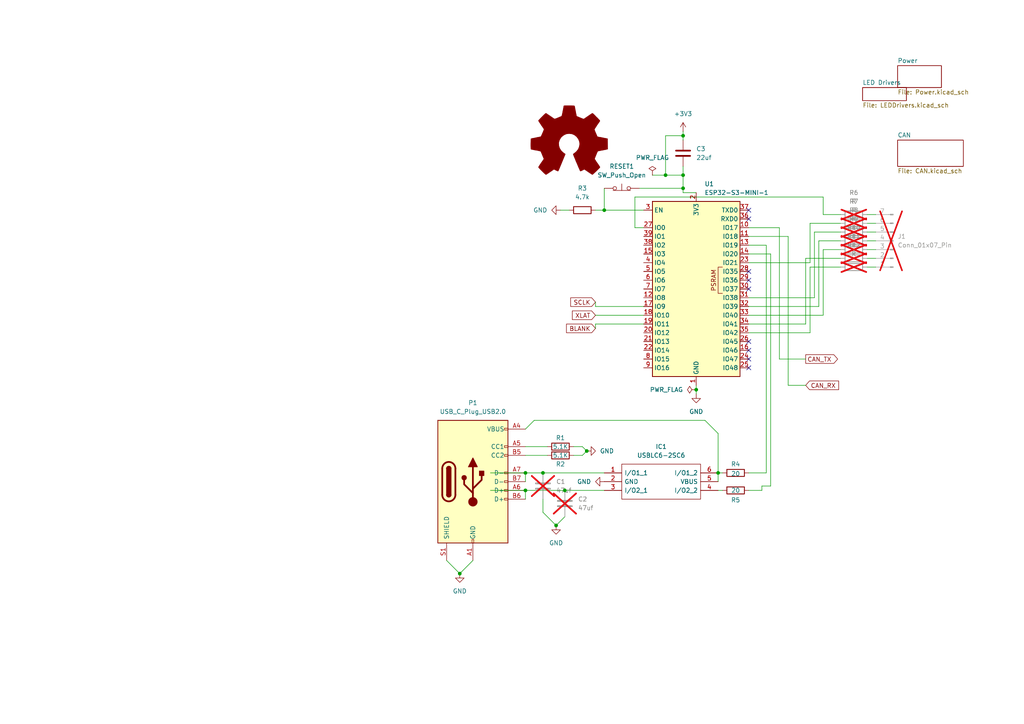
<source format=kicad_sch>
(kicad_sch (version 20231120) (generator "eeschema") (generator_version "8.0")
  (paper "A4")
  (lib_symbols
    (symbol "Connector:Conn_01x07_Pin" (pin_names (offset 1.016) hide)
      (property "Reference" "J" (at 0 10.16 0))
      (property "Value" "Conn_01x07_Pin" (at 0 -10.16 0))
      (symbol "Conn_01x07_Pin_1_1"
        (polyline (pts (xy 1.27 -7.62) (xy 0.8636 -7.62)) (stroke (width 0.1524)))
        (polyline (pts (xy 1.27 -5.08) (xy 0.8636 -5.08)) (stroke (width 0.1524)))
        (polyline (pts (xy 1.27 -2.54) (xy 0.8636 -2.54)) (stroke (width 0.1524)))
        (polyline (pts (xy 1.27 0) (xy 0.8636 0)) (stroke (width 0.1524)))
        (polyline (pts (xy 1.27 2.54) (xy 0.8636 2.54)) (stroke (width 0.1524)))
        (polyline (pts (xy 1.27 5.08) (xy 0.8636 5.08)) (stroke (width 0.1524)))
        (polyline (pts (xy 1.27 7.62) (xy 0.8636 7.62)) (stroke (width 0.1524)))
        (rectangle (start 0.8636 -7.493) (end 0 -7.747) (stroke (width 0.1524)) (fill (type outline)))
        (rectangle (start 0.8636 -4.953) (end 0 -5.207) (stroke (width 0.1524)) (fill (type outline)))
        (rectangle (start 0.8636 -2.413) (end 0 -2.667) (stroke (width 0.1524)) (fill (type outline)))
        (rectangle (start 0.8636 0.127) (end 0 -0.127) (stroke (width 0.1524)) (fill (type outline)))
        (rectangle (start 0.8636 2.667) (end 0 2.413) (stroke (width 0.1524)) (fill (type outline)))
        (rectangle (start 0.8636 5.207) (end 0 4.953) (stroke (width 0.1524)) (fill (type outline)))
        (rectangle (start 0.8636 7.747) (end 0 7.493) (stroke (width 0.1524)) (fill (type outline)))
        (pin passive line (at 5.08 7.62 180) (length 3.81) (name "Pin_1") (number "1"))
        (pin passive line (at 5.08 5.08 180) (length 3.81) (name "Pin_2") (number "2"))
        (pin passive line (at 5.08 2.54 180) (length 3.81) (name "Pin_3") (number "3"))
        (pin passive line (at 5.08 0 180) (length 3.81) (name "Pin_4") (number "4"))
        (pin passive line (at 5.08 -2.54 180) (length 3.81) (name "Pin_5") (number "5"))
        (pin passive line (at 5.08 -5.08 180) (length 3.81) (name "Pin_6") (number "6"))
        (pin passive line (at 5.08 -7.62 180) (length 3.81) (name "Pin_7") (number "7"))
      )
    )
    (symbol "Connector:USB_C_Receptacle_USB2.0_14P" (pin_names (offset 1.016))
      (property "Reference" "J" (at 0 22.225 0))
      (property "Value" "USB_C_Receptacle_USB2.0_14P" (at 0 19.685 0))
      (symbol "USB_C_Receptacle_USB2.0_14P_0_0"
        (rectangle (start -0.254 -17.78) (end 0.254 -16.764))
        (rectangle (start 10.16 -4.826) (end 9.144 -5.334))
        (rectangle (start 10.16 -2.286) (end 9.144 -2.794))
        (rectangle (start 10.16 0.254) (end 9.144 -0.254))
        (rectangle (start 10.16 2.794) (end 9.144 2.286))
        (rectangle (start 10.16 7.874) (end 9.144 7.366))
        (rectangle (start 10.16 10.414) (end 9.144 9.906))
        (rectangle (start 10.16 15.494) (end 9.144 14.986))
      )
      (symbol "USB_C_Receptacle_USB2.0_14P_0_1"
        (rectangle (start -10.16 17.78) (end 10.16 -17.78) (stroke (width 0.254)) (fill (type background)))
        (arc (start -8.89 -3.81) (mid -6.985 -5.7067) (end -5.08 -3.81) (stroke (width 0.508)))
        (arc (start -7.62 -3.81) (mid -6.985 -4.4423) (end -6.35 -3.81) (stroke (width 0.254)))
        (arc (start -7.62 -3.81) (mid -6.985 -4.4423) (end -6.35 -3.81) (stroke (width 0.254)) (fill (type outline)))
        (rectangle (start -7.62 -3.81) (end -6.35 3.81) (stroke (width 0.254)) (fill (type outline)))
        (arc (start -6.35 3.81) (mid -6.985 4.4423) (end -7.62 3.81) (stroke (width 0.254)))
        (arc (start -6.35 3.81) (mid -6.985 4.4423) (end -7.62 3.81) (stroke (width 0.254)) (fill (type outline)))
        (arc (start -5.08 3.81) (mid -6.985 5.7067) (end -8.89 3.81) (stroke (width 0.508)))
        (circle (center -2.54 1.143) (radius 0.635) (stroke (width 0.254)) (fill (type outline)))
        (circle (center 0 -5.842) (radius 1.27) (fill (type outline)))
        (polyline (pts (xy -8.89 -3.81) (xy -8.89 3.81)) (stroke (width 0.508)))
        (polyline (pts (xy -5.08 3.81) (xy -5.08 -3.81)) (stroke (width 0.508)))
        (polyline (pts (xy 0 -5.842) (xy 0 4.318)) (stroke (width 0.508)))
        (polyline (pts (xy 0 -3.302) (xy -2.54 -0.762) (xy -2.54 0.508)) (stroke (width 0.508)))
        (polyline (pts (xy 0 -2.032) (xy 2.54 0.508) (xy 2.54 1.778)) (stroke (width 0.508)))
        (polyline (pts (xy -1.27 4.318) (xy 0 6.858) (xy 1.27 4.318) (xy -1.27 4.318)) (stroke (width 0.254)) (fill (type outline)))
        (rectangle (start 1.905 1.778) (end 3.175 3.048) (stroke (width 0.254)) (fill (type outline)))
      )
      (symbol "USB_C_Receptacle_USB2.0_14P_1_1"
        (pin passive line (at 0 -22.86 90) (length 5.08) (name "GND") (number "A1"))
        (pin passive line (at 0 -22.86 90) (length 5.08) hide (name "GND") (number "A12"))
        (pin passive line (at 15.24 15.24 180) (length 5.08) (name "VBUS") (number "A4"))
        (pin bidirectional line (at 15.24 10.16 180) (length 5.08) (name "CC1") (number "A5"))
        (pin bidirectional line (at 15.24 -2.54 180) (length 5.08) (name "D+") (number "A6"))
        (pin bidirectional line (at 15.24 2.54 180) (length 5.08) (name "D-") (number "A7"))
        (pin passive line (at 15.24 15.24 180) (length 5.08) hide (name "VBUS") (number "A9"))
        (pin passive line (at 0 -22.86 90) (length 5.08) hide (name "GND") (number "B1"))
        (pin passive line (at 0 -22.86 90) (length 5.08) hide (name "GND") (number "B12"))
        (pin passive line (at 15.24 15.24 180) (length 5.08) hide (name "VBUS") (number "B4"))
        (pin bidirectional line (at 15.24 7.62 180) (length 5.08) (name "CC2") (number "B5"))
        (pin bidirectional line (at 15.24 -5.08 180) (length 5.08) (name "D+") (number "B6"))
        (pin bidirectional line (at 15.24 0 180) (length 5.08) (name "D-") (number "B7"))
        (pin passive line (at 15.24 15.24 180) (length 5.08) hide (name "VBUS") (number "B9"))
        (pin passive line (at -7.62 -22.86 90) (length 5.08) (name "SHIELD") (number "S1"))
      )
    )
    (symbol "Device:C" (pin_numbers hide) (pin_names (offset 0.254))
      (property "Reference" "C" (at 0.635 2.54 0))
      (property "Value" "C" (at 0.635 -2.54 0))
      (symbol "C_0_1"
        (polyline (pts (xy -2.032 -0.762) (xy 2.032 -0.762)) (stroke (width 0.508)))
        (polyline (pts (xy -2.032 0.762) (xy 2.032 0.762)) (stroke (width 0.508)))
      )
      (symbol "C_1_1"
        (pin passive line (at 0 3.81 270) (length 2.794) (name "~") (number "1"))
        (pin passive line (at 0 -3.81 90) (length 2.794) (name "~") (number "2"))
      )
    )
    (symbol "Device:R" (pin_numbers hide) (pin_names (offset 0))
      (property "Reference" "R" (at 2.032 0 90))
      (property "Value" "R" (at 0 0 90))
      (symbol "R_0_1"
        (rectangle (start -1.016 -2.54) (end 1.016 2.54) (stroke (width 0.254)))
      )
      (symbol "R_1_1"
        (pin passive line (at 0 3.81 270) (length 1.27) (name "~") (number "1"))
        (pin passive line (at 0 -3.81 90) (length 1.27) (name "~") (number "2"))
      )
    )
    (symbol "Graphic:Logo_Open_Hardware_Large" (in_bom no) (on_board no)
      (symbol "Logo_Open_Hardware_Large_1_1"
        (polyline (pts (xy 6.731 -8.7122) (xy 6.6294 -8.6614) (xy 6.35 -8.4836) (xy 5.9944 -8.255) (xy 5.5372 -7.9502) (xy 5.1054 -7.6454) (xy 4.7498 -7.4168) (xy 4.4958 -7.239) (xy 4.3942 -7.1882) (xy 4.318 -7.2136) (xy 4.1148 -7.3152) (xy 3.81 -7.4676) (xy 3.6322 -7.5692) (xy 3.3528 -7.6708) (xy 3.2258 -7.6962) (xy 3.2004 -7.6708) (xy 3.0988 -7.4676) (xy 2.9464 -7.0866) (xy 2.7178 -6.604) (xy 2.4892 -6.0452) (xy 2.2352 -5.4356) (xy 1.9558 -4.826) (xy 1.7272 -4.2164) (xy 1.4986 -3.683) (xy 1.3208 -3.2512) (xy 1.2192 -2.9464) (xy 1.1684 -2.8194) (xy 1.1938 -2.794) (xy 1.3208 -2.667) (xy 1.5748 -2.4892) (xy 2.0828 -2.0574) (xy 2.6162 -1.397) (xy 2.921 -0.6604) (xy 3.048 0.1524) (xy 2.9464 0.9144) (xy 2.6416 1.6256) (xy 2.1336 2.286) (xy 1.524 2.7686) (xy 0.8128 3.0734) (xy 0 3.175) (xy -0.762 3.0988) (xy -1.4986 2.794) (xy -2.159 2.286) (xy -2.4384 1.9812) (xy -2.8194 1.3208) (xy -3.048 0.6096) (xy -3.0734 0.4318) (xy -3.0226 -0.3556) (xy -2.794 -1.0922) (xy -2.3876 -1.7526) (xy -1.8288 -2.3114) (xy -1.7526 -2.3622) (xy -1.4732 -2.5654) (xy -1.2954 -2.6924) (xy -1.1684 -2.8194) (xy -2.159 -5.207) (xy -2.3114 -5.588) (xy -2.5908 -6.2484) (xy -2.8194 -6.8072) (xy -3.0226 -7.2644) (xy -3.1496 -7.5692) (xy -3.2258 -7.6708) (xy -3.2258 -7.6962) (xy -3.302 -7.6962) (xy -3.4798 -7.6454) (xy -3.8354 -7.4676) (xy -4.0386 -7.366) (xy -4.2926 -7.239) (xy -4.4196 -7.1882) (xy -4.5212 -7.239) (xy -4.7498 -7.3914) (xy -5.1054 -7.6454) (xy -5.5372 -7.9248) (xy -5.9436 -8.2042) (xy -6.3246 -8.4582) (xy -6.604 -8.636) (xy -6.731 -8.7122) (xy -6.7564 -8.7122) (xy -6.858 -8.636) (xy -7.0866 -8.4582) (xy -7.4168 -8.1534) (xy -7.874 -7.6962) (xy -7.9502 -7.62) (xy -8.3312 -7.239) (xy -8.636 -6.9088) (xy -8.8392 -6.6802) (xy -8.9154 -6.5786) (xy -8.9154 -6.5786) (xy -8.8392 -6.4516) (xy -8.6614 -6.1722) (xy -8.4328 -5.7912) (xy -8.128 -5.3594) (xy -7.3152 -4.191) (xy -7.7724 -3.0988) (xy -7.8994 -2.7686) (xy -8.0772 -2.3622) (xy -8.2042 -2.0828) (xy -8.255 -1.9558) (xy -8.382 -1.905) (xy -8.6614 -1.8542) (xy -9.0932 -1.7526) (xy -9.6266 -1.651) (xy -10.1092 -1.5748) (xy -10.541 -1.4732) (xy -10.8712 -1.4224) (xy -11.0236 -1.397) (xy -11.049 -1.3716) (xy -11.0744 -1.2954) (xy -11.0998 -1.143) (xy -11.0998 -0.889) (xy -11.1252 -0.4572) (xy -11.1252 0.1524) (xy -11.1252 0.2286) (xy -11.0998 0.8128) (xy -11.0998 1.27) (xy -11.0744 1.5494) (xy -11.0744 1.6764) (xy -11.0744 1.6764) (xy -10.922 1.7018) (xy -10.6172 1.778) (xy -10.16 1.8542) (xy -9.652 1.9558) (xy -9.6012 1.9812) (xy -9.0932 2.0828) (xy -8.636 2.159) (xy -8.3312 2.2352) (xy -8.2042 2.286) (xy -8.1788 2.3114) (xy -8.0772 2.5146) (xy -7.9248 2.8448) (xy -7.747 3.2512) (xy -7.5692 3.6576) (xy -7.4168 4.0386) (xy -7.3152 4.318) (xy -7.2898 4.445) (xy -7.2898 4.445) (xy -7.366 4.572) (xy -7.5438 4.826) (xy -7.7978 5.207) (xy -8.128 5.6642) (xy -8.128 5.6896) (xy -8.4328 6.1468) (xy -8.6868 6.5278) (xy -8.8392 6.7818) (xy -8.9154 6.9088) (xy -8.9154 6.9088) (xy -8.8138 7.0358) (xy -8.5852 7.2898) (xy -8.255 7.6454) (xy -7.874 8.0264) (xy -7.747 8.1534) (xy -7.3152 8.5852) (xy -7.0104 8.8646) (xy -6.8326 8.9916) (xy -6.731 9.0424) (xy -6.731 9.0424) (xy -6.604 8.9408) (xy -6.3246 8.763) (xy -5.9436 8.509) (xy -5.4864 8.2042) (xy -5.461 8.1788) (xy -5.0038 7.874) (xy -4.6482 7.62) (xy -4.3688 7.4422) (xy -4.2672 7.3914) (xy -4.2418 7.3914) (xy -4.064 7.4422) (xy -3.7338 7.5438) (xy -3.3528 7.6962) (xy -2.9464 7.874) (xy -2.5654 8.0264) (xy -2.286 8.1534) (xy -2.159 8.2296) (xy -2.159 8.2296) (xy -2.1082 8.382) (xy -2.032 8.7122) (xy -1.9304 9.1694) (xy -1.8288 9.7282) (xy -1.8034 9.8044) (xy -1.7018 10.3378) (xy -1.6256 10.7696) (xy -1.5748 11.0744) (xy -1.524 11.2014) (xy -1.4478 11.2268) (xy -1.1938 11.2522) (xy -0.8128 11.2522) (xy -0.3302 11.2522) (xy 0.1524 11.2522) (xy 0.6604 11.2522) (xy 1.0668 11.2268) (xy 1.3716 11.2014) (xy 1.4986 11.176) (xy 1.4986 11.176) (xy 1.5494 11.0236) (xy 1.6256 10.6934) (xy 1.7018 10.2108) (xy 1.8288 9.6774) (xy 1.8288 9.5758) (xy 1.9304 9.0424) (xy 2.032 8.6106) (xy 2.0828 8.3058) (xy 2.1336 8.2042) (xy 2.159 8.1788) (xy 2.3876 8.0772) (xy 2.7432 7.9248) (xy 3.175 7.747) (xy 4.191 7.3406) (xy 5.461 8.2042) (xy 5.5626 8.2804) (xy 6.0198 8.5852) (xy 6.3754 8.8392) (xy 6.6294 8.9916) (xy 6.7564 9.0424) (xy 6.7564 9.0424) (xy 6.8834 8.9408) (xy 7.1374 8.7122) (xy 7.4676 8.382) (xy 7.8486 7.9756) (xy 8.1534 7.6962) (xy 8.4836 7.3406) (xy 8.7122 7.112) (xy 8.8392 6.9596) (xy 8.8646 6.858) (xy 8.8646 6.8072) (xy 8.7884 6.6802) (xy 8.6106 6.4008) (xy 8.3312 6.0198) (xy 8.0264 5.588) (xy 7.7978 5.207) (xy 7.5184 4.8006) (xy 7.3406 4.4958) (xy 7.2898 4.3434) (xy 7.2898 4.2926) (xy 7.3914 4.0386) (xy 7.5184 3.683) (xy 7.7216 3.2258) (xy 8.1534 2.2352) (xy 8.7884 2.1082) (xy 9.1948 2.0574) (xy 9.7536 1.9304) (xy 10.2616 1.8288) (xy 11.0998 1.6764) (xy 11.1252 -1.3208) (xy 10.9982 -1.3716) (xy 10.8712 -1.397) (xy 10.5664 -1.4732) (xy 10.1346 -1.5494) (xy 9.6266 -1.651) (xy 9.1948 -1.7272) (xy 8.7376 -1.8288) (xy 8.4328 -1.8796) (xy 8.2804 -1.905) (xy 8.255 -1.9558) (xy 8.1534 -2.159) (xy 7.9756 -2.5146) (xy 7.8232 -2.921) (xy 7.6454 -3.3274) (xy 7.493 -3.7338) (xy 7.366 -4.0132) (xy 7.3406 -4.191) (xy 7.3914 -4.2926) (xy 7.5692 -4.5466) (xy 7.7978 -4.9276) (xy 8.1026 -5.3594) (xy 8.4074 -5.7912) (xy 8.6614 -6.1722) (xy 8.8138 -6.4262) (xy 8.89 -6.5532) (xy 8.8646 -6.6548) (xy 8.6868 -6.858) (xy 8.3566 -7.1882) (xy 7.874 -7.6708) (xy 7.7978 -7.747) (xy 7.3914 -8.128) (xy 7.0612 -8.4328) (xy 6.8326 -8.636) (xy 6.731 -8.7122)) (fill (type outline)))
      )
    )
    (symbol "RF_Module:ESP32-S3-WROOM-1"
      (property "Reference" "U" (at -12.7 26.67 0))
      (property "Value" "ESP32-S3-WROOM-1" (at 12.7 26.67 0))
      (symbol "ESP32-S3-WROOM-1_0_0"
        (rectangle (start -12.7 25.4) (end 12.7 -25.4) (stroke (width 0.254)) (fill (type background)))
        (text "PSRAM" (at 5.08 2.54 900) (effects (font (size 1.27 1.27))))
      )
      (symbol "ESP32-S3-WROOM-1_0_1"
        (polyline (pts (xy 7.62 -1.27) (xy 6.35 -1.27) (xy 6.35 6.35) (xy 7.62 6.35)))
      )
      (symbol "ESP32-S3-WROOM-1_1_1"
        (pin power_in line (at 0 -27.94 90) (length 2.54) (name "GND") (number "1"))
        (pin bidirectional line (at 15.24 17.78 180) (length 2.54) (name "IO17") (number "10"))
        (pin bidirectional line (at 15.24 15.24 180) (length 2.54) (name "IO18") (number "11"))
        (pin bidirectional line (at -15.24 -2.54 0) (length 2.54) (name "IO8") (number "12"))
        (pin bidirectional line (at 15.24 12.7 180) (length 2.54) (name "IO19") (number "13"))
        (pin bidirectional line (at 15.24 10.16 180) (length 2.54) (name "IO20") (number "14"))
        (pin bidirectional line (at -15.24 10.16 0) (length 2.54) (name "IO3") (number "15"))
        (pin bidirectional line (at 15.24 -17.78 180) (length 2.54) (name "IO46") (number "16"))
        (pin bidirectional line (at -15.24 -5.08 0) (length 2.54) (name "IO9") (number "17"))
        (pin bidirectional line (at -15.24 -7.62 0) (length 2.54) (name "IO10") (number "18"))
        (pin bidirectional line (at -15.24 -10.16 0) (length 2.54) (name "IO11") (number "19"))
        (pin power_in line (at 0 27.94 270) (length 2.54) (name "3V3") (number "2"))
        (pin bidirectional line (at -15.24 -12.7 0) (length 2.54) (name "IO12") (number "20"))
        (pin bidirectional line (at -15.24 -15.24 0) (length 2.54) (name "IO13") (number "21"))
        (pin bidirectional line (at -15.24 -17.78 0) (length 2.54) (name "IO14") (number "22"))
        (pin bidirectional line (at 15.24 7.62 180) (length 2.54) (name "IO21") (number "23"))
        (pin bidirectional line (at 15.24 -20.32 180) (length 2.54) (name "IO47") (number "24"))
        (pin bidirectional line (at 15.24 -22.86 180) (length 2.54) (name "IO48") (number "25"))
        (pin bidirectional line (at 15.24 -15.24 180) (length 2.54) (name "IO45") (number "26"))
        (pin bidirectional line (at -15.24 17.78 0) (length 2.54) (name "IO0") (number "27"))
        (pin bidirectional line (at 15.24 5.08 180) (length 2.54) (name "IO35") (number "28"))
        (pin bidirectional line (at 15.24 2.54 180) (length 2.54) (name "IO36") (number "29"))
        (pin input line (at -15.24 22.86 0) (length 2.54) (name "EN") (number "3"))
        (pin bidirectional line (at 15.24 0 180) (length 2.54) (name "IO37") (number "30"))
        (pin bidirectional line (at 15.24 -2.54 180) (length 2.54) (name "IO38") (number "31"))
        (pin bidirectional line (at 15.24 -5.08 180) (length 2.54) (name "IO39") (number "32"))
        (pin bidirectional line (at 15.24 -7.62 180) (length 2.54) (name "IO40") (number "33"))
        (pin bidirectional line (at 15.24 -10.16 180) (length 2.54) (name "IO41") (number "34"))
        (pin bidirectional line (at 15.24 -12.7 180) (length 2.54) (name "IO42") (number "35"))
        (pin bidirectional line (at 15.24 20.32 180) (length 2.54) (name "RXD0") (number "36"))
        (pin bidirectional line (at 15.24 22.86 180) (length 2.54) (name "TXD0") (number "37"))
        (pin bidirectional line (at -15.24 12.7 0) (length 2.54) (name "IO2") (number "38"))
        (pin bidirectional line (at -15.24 15.24 0) (length 2.54) (name "IO1") (number "39"))
        (pin bidirectional line (at -15.24 7.62 0) (length 2.54) (name "IO4") (number "4"))
        (pin passive line (at 0 -27.94 90) (length 2.54) hide (name "GND") (number "40"))
        (pin passive line (at 0 -27.94 90) (length 2.54) hide (name "GND") (number "41"))
        (pin bidirectional line (at -15.24 5.08 0) (length 2.54) (name "IO5") (number "5"))
        (pin bidirectional line (at -15.24 2.54 0) (length 2.54) (name "IO6") (number "6"))
        (pin bidirectional line (at -15.24 0 0) (length 2.54) (name "IO7") (number "7"))
        (pin bidirectional line (at -15.24 -20.32 0) (length 2.54) (name "IO15") (number "8"))
        (pin bidirectional line (at -15.24 -22.86 0) (length 2.54) (name "IO16") (number "9"))
      )
    )
    (symbol "Switch:SW_Push_Open" (pin_numbers hide) (pin_names (offset 1.016) hide)
      (property "Reference" "SW" (at 0 2.54 0))
      (property "Value" "SW_Push_Open" (at 0 -1.905 0))
      (symbol "SW_Push_Open_0_1"
        (circle (center -2.032 0) (radius 0.508))
        (polyline (pts (xy -2.54 -0.635) (xy 2.54 -0.635)))
        (polyline (pts (xy 0 -0.635) (xy 0 1.27)))
        (circle (center 2.032 0) (radius 0.508))
        (pin passive line (at -5.08 0 0) (length 2.54) (name "A") (number "1"))
      )
      (symbol "SW_Push_Open_1_1"
        (pin passive line (at 5.08 0 180) (length 2.54) (name "B") (number "2"))
      )
    )
    (symbol "USBLC6-2SC6:USBLC6-2SC6" (pin_names (offset 0.762))
      (property "Reference" "IC" (at 29.21 7.62 0))
      (property "Value" "USBLC6-2SC6" (at 29.21 5.08 0))
      (symbol "USBLC6-2SC6_0_0"
        (pin passive line (at 0 0 0) (length 5.08) (name "I/O1_1") (number "1"))
        (pin passive line (at 0 -2.54 0) (length 5.08) (name "GND") (number "2"))
        (pin passive line (at 0 -5.08 0) (length 5.08) (name "I/O2_1") (number "3"))
        (pin passive line (at 33.02 -5.08 180) (length 5.08) (name "I/O2_2") (number "4"))
        (pin passive line (at 33.02 -2.54 180) (length 5.08) (name "VBUS") (number "5"))
        (pin passive line (at 33.02 0 180) (length 5.08) (name "I/O1_2") (number "6"))
      )
      (symbol "USBLC6-2SC6_0_1"
        (polyline (pts (xy 5.08 2.54) (xy 27.94 2.54) (xy 27.94 -7.62) (xy 5.08 -7.62) (xy 5.08 2.54)) (stroke (width 0.1524)))
      )
    )
    (symbol "power:+3V3" (power) (pin_numbers hide) (pin_names (offset 0) hide)
      (property "Value" "+3V3" (at 0 3.556 0))
      (symbol "+3V3_0_1"
        (polyline (pts (xy -0.762 1.27) (xy 0 2.54)))
        (polyline (pts (xy 0 0) (xy 0 2.54)))
        (polyline (pts (xy 0 2.54) (xy 0.762 1.27)))
      )
      (symbol "+3V3_1_1"
        (pin power_in line (at 0 0 90) (length 0) (name "~") (number "1"))
      )
    )
    (symbol "power:GND" (power) (pin_numbers hide) (pin_names (offset 0) hide)
      (property "Value" "GND" (at 0 -3.81 0))
      (symbol "GND_0_1"
        (polyline (pts (xy 0 0) (xy 0 -1.27) (xy 1.27 -1.27) (xy 0 -2.54) (xy -1.27 -1.27) (xy 0 -1.27)))
      )
      (symbol "GND_1_1"
        (pin power_in line (at 0 0 270) (length 0) (name "~") (number "1"))
      )
    )
    (symbol "power:PWR_FLAG" (power) (pin_numbers hide) (pin_names (offset 0) hide)
      (property "Value" "PWR_FLAG" (at 0 3.81 0))
      (symbol "PWR_FLAG_0_0"
        (pin power_out line (at 0 0 90) (length 0) (name "~") (number "1"))
      )
      (symbol "PWR_FLAG_0_1"
        (polyline (pts (xy 0 0) (xy 0 1.27) (xy -1.016 1.905) (xy 0 2.54) (xy 1.016 1.905) (xy 0 1.27)))
      )
    )
  )
  (junction (at 161.29 152.4))
  (junction (at 157.48 137.16))
  (junction (at 133.35 166.37))
  (junction (at 170.18 130.81))
  (junction (at 175.26 60.96))
  (junction (at 198.12 50.8))
  (junction (at 152.4 137.16))
  (junction (at 208.28 137.16))
  (junction (at 198.12 54.61))
  (junction (at 201.93 113.03))
  (junction (at 152.4 142.24))
  (junction (at 198.12 39.37))
  (junction (at 163.83 142.24))
  (junction (at 193.04 50.8))
  (no_connect (at 217.17 63.5))
  (no_connect (at 217.17 78.74))
  (no_connect (at 217.17 99.06))
  (no_connect (at 217.17 83.82))
  (no_connect (at 217.17 101.6))
  (no_connect (at 217.17 60.96))
  (no_connect (at 217.17 104.14))
  (no_connect (at 217.17 81.28))
  (no_connect (at 217.17 106.68))
  (wire (pts (xy 233.68 74.93) (xy 233.68 93.98)))
  (wire (pts (xy 228.6 111.76) (xy 233.68 111.76)))
  (wire (pts (xy 193.04 39.37) (xy 198.12 39.37)))
  (wire (pts (xy 217.17 91.44) (xy 238.76 91.44)))
  (wire (pts (xy 226.06 66.04) (xy 226.06 104.14)))
  (wire (pts (xy 251.46 64.77) (xy 254 64.77)))
  (wire (pts (xy 236.22 67.31) (xy 243.84 67.31)))
  (wire (pts (xy 152.4 129.54) (xy 158.75 129.54)))
  (wire (pts (xy 234.95 64.77) (xy 243.84 64.77)))
  (wire (pts (xy 208.28 137.16) (xy 208.28 139.7)))
  (wire (pts (xy 220.98 140.97) (xy 220.98 142.24)))
  (wire (pts (xy 228.6 68.58) (xy 228.6 111.76)))
  (wire (pts (xy 185.42 54.61) (xy 198.12 54.61)))
  (wire (pts (xy 237.49 69.85) (xy 243.84 69.85)))
  (wire (pts (xy 152.4 142.24) (xy 152.4 144.78)))
  (wire (pts (xy 184.15 57.15) (xy 184.15 66.04)))
  (wire (pts (xy 172.72 60.96) (xy 175.26 60.96)))
  (wire (pts (xy 198.12 39.37) (xy 198.12 40.64)))
  (wire (pts (xy 157.48 148.59) (xy 161.29 152.4)))
  (wire (pts (xy 217.17 76.2) (xy 234.95 76.2)))
  (wire (pts (xy 217.17 96.52) (xy 234.95 96.52)))
  (wire (pts (xy 175.26 54.61) (xy 175.26 60.96)))
  (wire (pts (xy 163.83 142.24) (xy 175.26 142.24)))
  (wire (pts (xy 152.4 142.24) (xy 163.83 142.24)))
  (wire (pts (xy 184.15 57.15) (xy 238.76 57.15)))
  (wire (pts (xy 201.93 113.03) (xy 201.93 114.3)))
  (wire (pts (xy 133.35 166.37) (xy 129.54 162.56)))
  (wire (pts (xy 152.4 137.16) (xy 152.4 139.7)))
  (wire (pts (xy 233.68 74.93) (xy 243.84 74.93)))
  (wire (pts (xy 172.72 87.63) (xy 172.72 88.9)))
  (wire (pts (xy 251.46 72.39) (xy 254 72.39)))
  (wire (pts (xy 237.49 69.85) (xy 237.49 88.9)))
  (wire (pts (xy 220.98 142.24) (xy 217.17 142.24)))
  (wire (pts (xy 193.04 50.8) (xy 198.12 50.8)))
  (wire (pts (xy 172.72 93.98) (xy 172.72 95.25)))
  (wire (pts (xy 251.46 77.47) (xy 254 77.47)))
  (wire (pts (xy 186.69 93.98) (xy 172.72 93.98)))
  (wire (pts (xy 217.17 86.36) (xy 236.22 86.36)))
  (wire (pts (xy 223.52 73.66) (xy 223.52 140.97)))
  (wire (pts (xy 184.15 66.04) (xy 186.69 66.04)))
  (wire (pts (xy 226.06 104.14) (xy 233.68 104.14)))
  (wire (pts (xy 201.93 111.76) (xy 201.93 113.03)))
  (wire (pts (xy 152.4 132.08) (xy 158.75 132.08)))
  (wire (pts (xy 186.69 88.9) (xy 172.72 88.9)))
  (wire (pts (xy 208.28 137.16) (xy 209.55 137.16)))
  (wire (pts (xy 234.95 77.47) (xy 234.95 96.52)))
  (wire (pts (xy 217.17 73.66) (xy 223.52 73.66)))
  (wire (pts (xy 142.24 137.16) (xy 152.4 137.16)))
  (wire (pts (xy 217.17 137.16) (xy 222.25 137.16)))
  (wire (pts (xy 142.24 142.24) (xy 152.4 142.24)))
  (wire (pts (xy 157.48 137.16) (xy 175.26 137.16)))
  (wire (pts (xy 175.26 60.96) (xy 186.69 60.96)))
  (wire (pts (xy 154.94 121.92) (xy 152.4 124.46)))
  (wire (pts (xy 198.12 48.26) (xy 198.12 50.8)))
  (wire (pts (xy 234.95 77.47) (xy 243.84 77.47)))
  (wire (pts (xy 217.17 68.58) (xy 228.6 68.58)))
  (wire (pts (xy 217.17 71.12) (xy 222.25 71.12)))
  (wire (pts (xy 198.12 38.1) (xy 198.12 39.37)))
  (wire (pts (xy 168.91 129.54) (xy 170.18 130.81)))
  (wire (pts (xy 157.48 144.78) (xy 157.48 148.59)))
  (wire (pts (xy 193.04 39.37) (xy 193.04 50.8)))
  (wire (pts (xy 204.47 121.92) (xy 154.94 121.92)))
  (wire (pts (xy 251.46 62.23) (xy 254 62.23)))
  (wire (pts (xy 168.91 132.08) (xy 170.18 130.81)))
  (wire (pts (xy 204.47 121.92) (xy 208.28 125.73)))
  (wire (pts (xy 217.17 66.04) (xy 226.06 66.04)))
  (wire (pts (xy 222.25 71.12) (xy 222.25 137.16)))
  (wire (pts (xy 251.46 67.31) (xy 254 67.31)))
  (wire (pts (xy 152.4 137.16) (xy 157.48 137.16)))
  (wire (pts (xy 236.22 67.31) (xy 236.22 86.36)))
  (wire (pts (xy 172.72 91.44) (xy 186.69 91.44)))
  (wire (pts (xy 189.23 50.8) (xy 193.04 50.8)))
  (wire (pts (xy 163.83 149.86) (xy 161.29 152.4)))
  (wire (pts (xy 137.16 162.56) (xy 133.35 166.37)))
  (wire (pts (xy 238.76 62.23) (xy 243.84 62.23)))
  (wire (pts (xy 217.17 88.9) (xy 237.49 88.9)))
  (wire (pts (xy 198.12 54.61) (xy 198.12 55.88)))
  (wire (pts (xy 220.98 140.97) (xy 223.52 140.97)))
  (wire (pts (xy 162.56 60.96) (xy 165.1 60.96)))
  (wire (pts (xy 251.46 69.85) (xy 254 69.85)))
  (wire (pts (xy 238.76 72.39) (xy 238.76 91.44)))
  (wire (pts (xy 234.95 64.77) (xy 234.95 76.2)))
  (wire (pts (xy 238.76 57.15) (xy 238.76 62.23)))
  (wire (pts (xy 166.37 132.08) (xy 168.91 132.08)))
  (wire (pts (xy 208.28 142.24) (xy 209.55 142.24)))
  (wire (pts (xy 166.37 129.54) (xy 168.91 129.54)))
  (wire (pts (xy 208.28 125.73) (xy 208.28 137.16)))
  (wire (pts (xy 217.17 93.98) (xy 233.68 93.98)))
  (wire (pts (xy 198.12 50.8) (xy 198.12 54.61)))
  (wire (pts (xy 238.76 72.39) (xy 243.84 72.39)))
  (wire (pts (xy 251.46 74.93) (xy 254 74.93)))
  (wire (pts (xy 198.12 55.88) (xy 201.93 55.88)))
  (global_label "CAN_RX" (shape input) (at 233.68 111.76 0) (property "Intersheetrefs" "${INTERSHEET_REFS}" (effects (hide yes))))
  (global_label "XLAT" (shape input) (at 172.72 91.44 180) (property "Intersheetrefs" "${INTERSHEET_REFS}" (effects (hide yes))))
  (global_label "CAN_TX" (shape output) (at 233.68 104.14 0) (property "Intersheetrefs" "${INTERSHEET_REFS}" (effects (hide yes))))
  (global_label "SCLK" (shape input) (at 172.72 87.63 180) (property "Intersheetrefs" "${INTERSHEET_REFS}" (effects (hide yes))))
  (global_label "BLANK" (shape input) (at 172.72 95.25 180) (property "Intersheetrefs" "${INTERSHEET_REFS}" (effects (hide yes))))
  (symbol (lib_id "RF_Module:ESP32-S3-WROOM-1") (at 201.93 83.82 0) (unit 1)
    (property "Reference" "U1" (at 204.3427 53.34 0) (effects (justify left)))
    (property "Value" "ESP32-S3-MINI-1" (at 204.3427 55.88 0) (effects (justify left)))
    (property "Footprint" "RF_Module:ESP32-S3-WROOM-1" (effects (hide yes)))
    (property "Datasheet" "https://www.espressif.com/sites/default/files/documentation/esp32-s3-wroom-1_wroom-1u_datasheet_en.pdf" (effects (hide yes)))
    (property "Description" "RF Module, ESP32-S3 SoC, Wi-Fi 802.11b/g/n, Bluetooth, BLE, 32-bit, 3.3V, onboard antenna, SMD" (effects (hide yes)))
  )
  (symbol (lib_id "Device:R") (at 247.65 74.93 90) (unit 1) (dnp yes)
    (property "Reference" "R11" (at 247.65 68.58 90))
    (property "Value" "R" (at 247.65 71.12 90))
    (property "Footprint" "Resistor_SMD:R_0805_2012Metric_Pad1.20x1.40mm_HandSolder" (effects (hide yes)))
    (property "Description" "Resistor" (effects (hide yes)))
  )
  (symbol (lib_id "Device:R") (at 247.65 69.85 90) (unit 1) (dnp yes)
    (property "Reference" "R9" (at 247.65 63.5 90))
    (property "Value" "R" (at 247.65 66.04 90))
    (property "Footprint" "Resistor_SMD:R_0805_2012Metric_Pad1.20x1.40mm_HandSolder" (effects (hide yes)))
    (property "Description" "Resistor" (effects (hide yes)))
  )
  (symbol (lib_id "Device:R") (at 247.65 67.31 90) (unit 1) (dnp yes)
    (property "Reference" "R8" (at 247.65 60.96 90))
    (property "Value" "R" (at 247.65 63.5 90))
    (property "Footprint" "Resistor_SMD:R_0805_2012Metric_Pad1.20x1.40mm_HandSolder" (effects (hide yes)))
    (property "Description" "Resistor" (effects (hide yes)))
  )
  (symbol (lib_id "Connector:Conn_01x07_Pin") (at 259.08 69.85 180) (unit 1) (dnp yes)
    (property "Reference" "J1" (at 260.35 68.5799 0) (effects (justify right)))
    (property "Value" "Conn_01x07_Pin" (at 260.35 71.1199 0) (effects (justify right)))
    (property "Footprint" "Connector_PinHeader_2.54mm:PinHeader_1x07_P2.54mm_Vertical" (effects (hide yes)))
    (property "Description" "Generic connector, single row, 01x07, script generated" (effects (hide yes)))
  )
  (symbol (lib_id "Device:R") (at 247.65 64.77 90) (unit 1) (dnp yes)
    (property "Reference" "R7" (at 247.65 58.42 90))
    (property "Value" "R" (at 247.65 60.96 90))
    (property "Footprint" "Resistor_SMD:R_0805_2012Metric_Pad1.20x1.40mm_HandSolder" (effects (hide yes)))
    (property "Description" "Resistor" (effects (hide yes)))
  )
  (symbol (lib_id "USBLC6-2SC6:USBLC6-2SC6") (at 175.26 137.16 0) (unit 1)
    (property "Reference" "IC1" (at 191.77 129.54 0))
    (property "Value" "USBLC6-2SC6" (at 191.77 132.08 0))
    (property "Footprint" "PCM_Package_TO_SOT_SMD_AKL:SOT-23-6" (effects (hide yes)))
    (property "Datasheet" "https://componentsearchengine.com//USBLC6-2SC6.pdf" (effects (hide yes)))
    (property "Description" "TVS Diode Array Uni-Directional USBLC6-2SC6 17V, SOT-23 6-Pin" (effects (hide yes)))
    (property "Height" "1.45" (effects (hide yes)))
    (property "Mouser2 Part Number" "511-USBLC6-2SC6" (effects (hide yes)))
    (property "Mouser2 Price/Stock" "https://www.mouser.com/Search/Refine.aspx?Keyword=511-USBLC6-2SC6" (effects (hide yes)))
    (property "Manufacturer_Name" "STMicroelectronics" (effects (hide yes)))
    (property "Manufacturer_Part_Number" "USBLC6-2SC6" (effects (hide yes)))
  )
  (symbol (lib_id "Switch:SW_Push_Open") (at 180.34 54.61 0) (unit 1)
    (property "Reference" "RESET1" (at 180.34 48.26 0))
    (property "Value" "SW_Push_Open" (at 180.34 50.8 0))
    (property "Footprint" "Button_Switch_SMD:SW_SPST_PTS645" (effects (hide yes)))
    (property "Description" "Push button switch, push-to-open, generic, two pins" (effects (hide yes)))
  )
  (symbol (lib_id "Device:R") (at 162.56 129.54 90) (unit 1)
    (property "Reference" "R1" (at 162.56 127 90))
    (property "Value" "5.1K" (at 162.56 129.54 90))
    (property "Footprint" "Resistor_SMD:R_0805_2012Metric_Pad1.20x1.40mm_HandSolder" (effects (hide yes)))
    (property "Description" "Resistor" (effects (hide yes)))
  )
  (symbol (lib_id "Device:C") (at 163.83 146.05 0) (unit 1) (dnp yes)
    (property "Reference" "C2" (at 167.64 144.7799 0) (effects (justify left)))
    (property "Value" "47uf" (at 167.64 147.3199 0) (effects (justify left)))
    (property "Footprint" "Capacitor_SMD:C_0805_2012Metric" (effects (hide yes)))
    (property "Description" "Unpolarized capacitor" (effects (hide yes)))
  )
  (symbol (lib_id "power:PWR_FLAG") (at 201.93 113.03 90) (unit 1)
    (property "Reference" "#FLG02" (effects (hide yes)))
    (property "Value" "PWR_FLAG" (at 198.12 113.0299 90) (effects (justify left)))
    (property "Description" "Special symbol for telling ERC where power comes from" (effects (hide yes)))
  )
  (symbol (lib_id "power:PWR_FLAG") (at 189.23 50.8 0) (unit 1)
    (property "Reference" "#FLG01" (effects (hide yes)))
    (property "Value" "PWR_FLAG" (at 189.23 45.72 0))
    (property "Description" "Special symbol for telling ERC where power comes from" (effects (hide yes)))
  )
  (symbol (lib_id "power:GND") (at 161.29 152.4 0) (unit 1)
    (property "Reference" "#PWR02" (effects (hide yes)))
    (property "Value" "GND" (at 161.29 157.48 0))
    (property "Description" "Power symbol creates a global label with name \"GND\" , ground" (effects (hide yes)))
  )
  (symbol (lib_id "Device:R") (at 213.36 142.24 90) (unit 1)
    (property "Reference" "R5" (at 213.36 145.034 90))
    (property "Value" "20" (at 213.36 142.24 90))
    (property "Footprint" "Resistor_SMD:R_1206_3216Metric" (effects (hide yes)))
    (property "Description" "Resistor" (effects (hide yes)))
  )
  (symbol (lib_id "Device:R") (at 247.65 72.39 90) (unit 1) (dnp yes)
    (property "Reference" "R10" (at 247.65 66.04 90))
    (property "Value" "R" (at 247.65 68.58 90))
    (property "Footprint" "Resistor_SMD:R_0805_2012Metric_Pad1.20x1.40mm_HandSolder" (effects (hide yes)))
    (property "Description" "Resistor" (effects (hide yes)))
  )
  (symbol (lib_id "power:+3V3") (at 198.12 38.1 0) (unit 1)
    (property "Reference" "#PWR06" (effects (hide yes)))
    (property "Value" "+3V3" (at 198.12 33.02 0))
    (property "Description" "Power symbol creates a global label with name \"+3V3\"" (effects (hide yes)))
  )
  (symbol (lib_id "power:GND") (at 175.26 139.7 270) (unit 1)
    (property "Reference" "#PWR05" (effects (hide yes)))
    (property "Value" "GND" (at 171.45 139.6999 90) (effects (justify right)))
    (property "Description" "Power symbol creates a global label with name \"GND\" , ground" (effects (hide yes)))
  )
  (symbol (lib_id "Device:R") (at 162.56 132.08 90) (unit 1)
    (property "Reference" "R2" (at 162.56 134.62 90))
    (property "Value" "5.1K" (at 162.56 132.08 90))
    (property "Footprint" "Resistor_SMD:R_0805_2012Metric_Pad1.20x1.40mm_HandSolder" (effects (hide yes)))
    (property "Description" "Resistor" (effects (hide yes)))
  )
  (symbol (lib_id "power:GND") (at 201.93 114.3 0) (unit 1)
    (property "Reference" "#PWR07" (effects (hide yes)))
    (property "Value" "GND" (at 201.93 119.38 0))
    (property "Description" "Power symbol creates a global label with name \"GND\" , ground" (effects (hide yes)))
  )
  (symbol (lib_id "power:GND") (at 133.35 166.37 0) (unit 1)
    (property "Reference" "#PWR01" (effects (hide yes)))
    (property "Value" "GND" (at 133.35 171.45 0))
    (property "Description" "Power symbol creates a global label with name \"GND\" , ground" (effects (hide yes)))
  )
  (symbol (lib_id "Device:C") (at 157.48 140.97 0) (unit 1) (dnp yes)
    (property "Reference" "C1" (at 161.29 139.6999 0) (effects (justify left)))
    (property "Value" "47uf" (at 161.29 142.2399 0) (effects (justify left)))
    (property "Footprint" "Capacitor_SMD:C_0805_2012Metric" (effects (hide yes)))
    (property "Description" "Unpolarized capacitor" (effects (hide yes)))
  )
  (symbol (lib_id "Device:R") (at 168.91 60.96 90) (unit 1)
    (property "Reference" "R3" (at 168.91 54.61 90))
    (property "Value" "4.7k" (at 168.91 57.15 90))
    (property "Footprint" "Resistor_SMD:R_1206_3216Metric" (effects (hide yes)))
    (property "Description" "Resistor" (effects (hide yes)))
  )
  (symbol (lib_id "power:GND") (at 170.18 130.81 90) (unit 1)
    (property "Reference" "#PWR04" (effects (hide yes)))
    (property "Value" "GND" (at 173.99 130.8099 90) (effects (justify right)))
    (property "Description" "Power symbol creates a global label with name \"GND\" , ground" (effects (hide yes)))
  )
  (symbol (lib_id "Device:C") (at 198.12 44.45 0) (unit 1)
    (property "Reference" "C3" (at 201.93 43.1799 0) (effects (justify left)))
    (property "Value" "22uf" (at 201.93 45.7199 0) (effects (justify left)))
    (property "Footprint" "Capacitor_SMD:CP_Elec_4x5.4" (effects (hide yes)))
    (property "Description" "Unpolarized capacitor" (effects (hide yes)))
  )
  (symbol (lib_id "Device:R") (at 213.36 137.16 90) (unit 1)
    (property "Reference" "R4" (at 213.36 134.62 90))
    (property "Value" "20" (at 213.36 137.414 90))
    (property "Footprint" "Resistor_SMD:R_0805_2012Metric_Pad1.20x1.40mm_HandSolder" (effects (hide yes)))
    (property "Description" "Resistor" (effects (hide yes)))
  )
  (symbol (lib_id "Device:R") (at 247.65 62.23 270) (unit 1) (dnp yes)
    (property "Reference" "R6" (at 247.65 55.88 90))
    (property "Value" "R" (at 247.65 58.42 90))
    (property "Footprint" "Resistor_SMD:R_0805_2012Metric_Pad1.20x1.40mm_HandSolder" (effects (hide yes)))
    (property "Description" "Resistor" (effects (hide yes)))
  )
  (symbol (lib_id "Graphic:Logo_Open_Hardware_Large") (at 165.1 41.91 0) (unit 1) (exclude_from_sim yes) (in_bom no) (on_board no)
    (property "Reference" "#SYM1" (effects (hide yes)))
    (property "Value" "Logo_Open_Hardware_Large" (effects (hide yes)))
    (property "Footprint" "LCC_LOGO:LCC_LOGO_9x9" (effects (hide yes)))
    (property "Description" "Open Hardware logo, large" (effects (hide yes)))
  )
  (symbol (lib_id "Device:R") (at 247.65 77.47 90) (unit 1) (dnp yes)
    (property "Reference" "R12" (at 247.65 71.12 90))
    (property "Value" "R" (at 247.65 73.66 90))
    (property "Footprint" "Resistor_SMD:R_0805_2012Metric_Pad1.20x1.40mm_HandSolder" (effects (hide yes)))
    (property "Description" "Resistor" (effects (hide yes)))
  )
  (symbol (lib_id "power:GND") (at 162.56 60.96 270) (unit 1)
    (property "Reference" "#PWR03" (effects (hide yes)))
    (property "Value" "GND" (at 158.75 60.9599 90) (effects (justify right)))
    (property "Description" "Power symbol creates a global label with name \"GND\" , ground" (effects (hide yes)))
  )
  (symbol (lib_id "Connector:USB_C_Receptacle_USB2.0_14P") (at 137.16 139.7 0) (unit 1)
    (property "Reference" "P1" (at 137.16 116.84 0))
    (property "Value" "USB_C_Plug_USB2.0" (at 137.16 119.38 0))
    (property "Footprint" "SamacSys_Parts:USB4145030070C" (effects (hide yes)))
    (property "Datasheet" "https://www.usb.org/sites/default/files/documents/usb_type-c.zip" (effects (hide yes)))
    (property "Description" "USB 2.0-only 14P Type-C Receptacle connector" (effects (hide yes)))
  )
  (sheet (at 260.35 19.05) (size 12.7 6.35) (stroke (width 0.1524))
    (property "Sheetname" "Power" (at 260.35 18.3384 0) (effects (justify left bottom)))
    (property "Sheetfile" "Power.kicad_sch" (at 260.35 25.9846 0) (effects (justify left top)))
  )
  (sheet (at 250.19 25.4) (size 12.7 3.81) (stroke (width 0.1524))
    (property "Sheetname" "LED Drivers" (at 250.19 24.6884 0) (effects (justify left bottom)))
    (property "Sheetfile" "LEDDrivers.kicad_sch" (at 250.19 29.7946 0) (effects (justify left top)))
  )
  (sheet (at 260.35 40.64) (size 19.05 7.62) (stroke (width 0.1524))
    (property "Sheetname" "CAN" (at 260.35 39.9284 0) (effects (justify left bottom)))
    (property "Sheetfile" "CAN.kicad_sch" (at 260.35 48.8446 0) (effects (justify left top)))
  )
)
</source>
